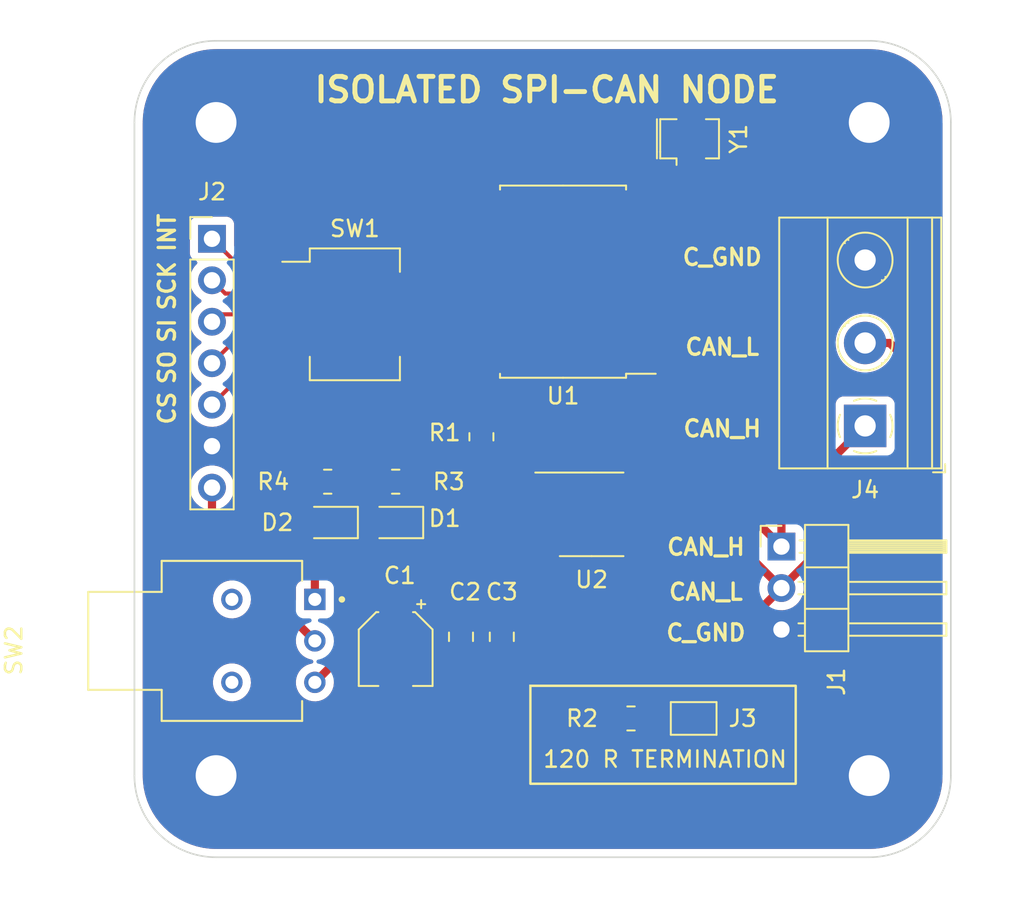
<source format=kicad_pcb>
(kicad_pcb (version 20211014) (generator pcbnew)
  (layers (0 "F.Cu" mixed) (31 "B.Cu" mixed) (34 "B.Paste" user) (35 "F.Paste" user) (36 "B.SilkS" user "B.Silkscreen") (37 "F.SilkS" user "F.Silkscreen") (38 "B.Mask" user) (39 "F.Mask" user) (44 "Edge.Cuts" user))
  (net 0 "")
  (net 1 "+5V")
  (net 2 "GND")
  (net 3 "Net-(J2-Pad1)")
  (net 4 "Net-(J2-Pad2)")
  (net 5 "Net-(J2-Pad3)")
  (net 6 "Net-(J2-Pad4)")
  (net 7 "Net-(J2-Pad5)")
  (net 8 "CAN_L")
  (net 9 "Net-(J3-Pad1)")
  (net 10 "Net-(R1-Pad2)")
  (net 11 "CAN_H")
  (net 12 "CS")
  (net 13 "MISO")
  (net 14 "MOSI")
  (net 15 "SCK")
  (net 16 "INT")
  (net 17 "CTX")
  (net 18 "CRX")
  (net 23 "Net-(U1-Pad7)")
  (net 24 "Net-(U1-Pad8)")
  (net 28 "Net-(D1-Pad1)")
  (net 29 "Net-(J2-Pad7)")
  (net 30 "Net-(D2-Pad1)")
  (net 31 "Net-(D2-Pad2)")
  (footprint "Capacitor_SMD:C_0805_2012Metric" (layer "F.Cu") (at 120 96.5 -90)
    (fp_text reference "C2" (at -2.75 -0.25) (layer "F.SilkS"))
    (fp_text value "0.1uF")
    (fp_line (start -0.261252 0.735) (end 0.261252 0.735) (layer "F.SilkS") (width 0.12))
    (fp_line (start -0.261252 -0.735) (end 0.261252 -0.735) (layer "F.SilkS") (width 0.12))
    (pad "1" smd roundrect locked (at -0.95 0 270) (size 1 1.45) (layers "F.Cu" "F.Paste" "F.Mask") (net 1 "+5V"))
    (pad "2" smd roundrect locked (at 0.95 0 270) (size 1 1.45) (layers "F.Cu" "F.Paste" "F.Mask") (net 2 "GND"))
  )
  (footprint "Jumper:SolderJumper-2_P1.3mm_Open_TrianglePad1.0x1.5mm" (layer "F.Cu") (at 134.25 101.5)
    (fp_text reference "J3" (at 3 0) (layer "F.SilkS"))
    (fp_text value "120R_T")
    (fp_line (start 1.4 1) (end -1.4 1) (layer "F.SilkS") (width 0.12))
    (fp_line (start -1.4 -1) (end 1.4 -1) (layer "F.SilkS") (width 0.12))
    (fp_line (start 1.4 -1) (end 1.4 1) (layer "F.SilkS") (width 0.12))
    (fp_line (start -1.4 1) (end -1.4 -1) (layer "F.SilkS") (width 0.12))
    (pad "1" smd custom locked (at -0.725 0) (size 0.3 0.3) (layers "F.Cu" "F.Mask") (net 9 "Net-(J3-Pad1)") (options (clearance outline) (anchor rect)) (primitives (gr_poly (pts (xy 1 0) (xy 0.5 0.75) (xy -0.5 0.75) (xy -0.5 -0.75) (xy 0.5 -0.75)) (width 0) (fill yes))))
    (pad "2" smd custom locked (at 0.725 0) (size 0.3 0.3) (layers "F.Cu" "F.Mask") (net 8 "CAN_L") (options (clearance outline) (anchor rect)) (primitives (gr_poly (pts (xy 0.5 0.75) (xy -0.65 0.75) (xy -0.15 0) (xy -0.65 -0.75) (xy 0.5 -0.75)) (width 0) (fill yes))))
  )
  (footprint "Connector_PinHeader_2.54mm:PinHeader_1x07_P2.54mm_Vertical" (layer "F.Cu") (at 104.75 72.125)
    (fp_text reference "J2" (at 0 -2.875) (layer "F.SilkS"))
    (fp_text value "SPI-IN")
    (fp_line (start -1.33 16.57) (end 1.33 16.57) (layer "F.SilkS") (width 0.12))
    (fp_line (start -1.33 1.27) (end 1.33 1.27) (layer "F.SilkS") (width 0.12))
    (fp_line (start -1.33 0) (end -1.33 -1.33) (layer "F.SilkS") (width 0.12))
    (fp_line (start 1.33 1.27) (end 1.33 16.57) (layer "F.SilkS") (width 0.12))
    (fp_line (start -1.33 -1.33) (end 0 -1.33) (layer "F.SilkS") (width 0.12))
    (fp_line (start -1.33 1.27) (end -1.33 16.57) (layer "F.SilkS") (width 0.12))
    (pad "1" thru_hole rect locked (at 0 0) (size 1.7 1.7) (drill 1) (layers *.Cu *.Mask) (net 3 "Net-(J2-Pad1)"))
    (pad "2" thru_hole oval locked (at 0 2.54) (size 1.7 1.7) (drill 1) (layers *.Cu *.Mask) (net 4 "Net-(J2-Pad2)"))
    (pad "3" thru_hole oval locked (at 0 5.08) (size 1.7 1.7) (drill 1) (layers *.Cu *.Mask) (net 5 "Net-(J2-Pad3)"))
    (pad "4" thru_hole oval locked (at 0 7.62) (size 1.7 1.7) (drill 1) (layers *.Cu *.Mask) (net 6 "Net-(J2-Pad4)"))
    (pad "5" thru_hole oval locked (at 0 10.16) (size 1.7 1.7) (drill 1) (layers *.Cu *.Mask) (net 7 "Net-(J2-Pad5)"))
    (pad "6" thru_hole oval locked (at 0 12.7) (size 1.7 1.7) (drill 1) (layers *.Cu *.Mask) (net 2 "GND"))
    (pad "7" thru_hole oval locked (at 0 15.24) (size 1.7 1.7) (drill 1) (layers *.Cu *.Mask) (net 29 "Net-(J2-Pad7)"))
  )
  (footprint "Resistor_SMD:R_0805_2012Metric" (layer "F.Cu") (at 121.25 84.25 90)
    (fp_text reference "R1" (at 0.25 -2.25 180) (layer "F.SilkS"))
    (fp_text value "10K")
    (fp_line (start -0.227064 -0.735) (end 0.227064 -0.735) (layer "F.SilkS") (width 0.12))
    (fp_line (start -0.227064 0.735) (end 0.227064 0.735) (layer "F.SilkS") (width 0.12))
    (pad "1" smd roundrect locked (at -0.9125 0 90) (size 1.025 1.4) (layers "F.Cu" "F.Paste" "F.Mask") (roundrect_rratio 0.243902439) (net 1 "+5V"))
    (pad "2" smd roundrect locked (at 0.9125 0 90) (size 1.025 1.4) (layers "F.Cu" "F.Paste" "F.Mask") (roundrect_rratio 0.243902439) (net 10 "Net-(R1-Pad2)"))
  )
  (footprint "Capacitor_SMD:CP_Elec_4x3" (layer "F.Cu") (at 116 97.25 -90)
    (fp_text reference "C1" (at -4.5 -0.25) (layer "F.SilkS"))
    (fp_text value "10uF/16V")
    (fp_line (start -2.26 -1.195563) (end -2.26 -1.06) (layer "F.SilkS") (width 0.12))
    (fp_line (start -2.26 -1.195563) (end -1.195563 -2.26) (layer "F.SilkS") (width 0.12))
    (fp_line (start -1.195563 -2.26) (end 2.26 -2.26) (layer "F.SilkS") (width 0.12))
    (fp_line (start -2.26 1.195563) (end -2.26 1.06) (layer "F.SilkS") (width 0.12))
    (fp_line (start 2.26 -2.26) (end 2.26 -1.06) (layer "F.SilkS") (width 0.12))
    (fp_line (start -1.195563 2.26) (end 2.26 2.26) (layer "F.SilkS") (width 0.12))
    (fp_line (start -2.26 1.195563) (end -1.195563 2.26) (layer "F.SilkS") (width 0.12))
    (fp_line (start 2.26 2.26) (end 2.26 1.06) (layer "F.SilkS") (width 0.12))
    (fp_line (start -3 -1.56) (end -2.5 -1.56) (layer "F.SilkS") (width 0.12))
    (fp_line (start -2.75 -1.81) (end -2.75 -1.31) (layer "F.SilkS") (width 0.12))
    (pad "1" smd roundrect locked (at -1.8 0 270) (size 2.6 1.6) (layers "F.Cu" "F.Paste" "F.Mask") (roundrect_rratio 0.15625) (net 1 "+5V"))
    (pad "2" smd roundrect locked (at 1.8 0 270) (size 2.6 1.6) (layers "F.Cu" "F.Paste" "F.Mask") (roundrect_rratio 0.15625) (net 2 "GND"))
  )
  (footprint "Resistor_SMD:R_0805_2012Metric" (layer "F.Cu") (at 111.8375 87 180)
    (fp_text reference "R4" (at 3.3375 0) (layer "F.SilkS"))
    (fp_text value "10K")
    (fp_line (start -0.227064 0.735) (end 0.227064 0.735) (layer "F.SilkS") (width 0.12))
    (fp_line (start -0.227064 -0.735) (end 0.227064 -0.735) (layer "F.SilkS") (width 0.12))
    (pad "1" smd roundrect locked (at -0.9125 0 180) (size 1.025 1.4) (layers "F.Cu" "F.Paste" "F.Mask") (roundrect_rratio 0.243902439) (net 2 "GND"))
    (pad "2" smd roundrect locked (at 0.9125 0 180) (size 1.025 1.4) (layers "F.Cu" "F.Paste" "F.Mask") (roundrect_rratio 0.243902439) (net 30 "Net-(D2-Pad1)"))
  )
  (footprint "LED_SMD:LED_0805_2012Metric" (layer "F.Cu") (at 116 89.5 180)
    (fp_text reference "D1" (at -3 0.25) (layer "F.SilkS"))
    (fp_text value "LED")
    (fp_line (start 1 -0.96) (end -1.685 -0.96) (layer "F.SilkS") (width 0.12))
    (fp_line (start -1.685 -0.96) (end -1.685 0.96) (layer "F.SilkS") (width 0.12))
    (fp_line (start -1.685 0.96) (end 1 0.96) (layer "F.SilkS") (width 0.12))
    (pad "1" smd roundrect locked (at -0.9375 0 180) (size 0.975 1.4) (layers "F.Cu" "F.Paste" "F.Mask") (net 28 "Net-(D1-Pad1)"))
    (pad "2" smd roundrect locked (at 0.9375 0 180) (size 0.975 1.4) (layers "F.Cu" "F.Paste" "F.Mask") (net 1 "+5V"))
  )
  (footprint "LED_SMD:LED_0805_2012Metric" (layer "F.Cu") (at 112 89.5 180)
    (fp_text reference "D2" (at 3.25 0) (layer "F.SilkS"))
    (fp_text value "LED")
    (fp_line (start -1.685 0.96) (end 1 0.96) (layer "F.SilkS") (width 0.12))
    (fp_line (start -1.685 -0.96) (end -1.685 0.96) (layer "F.SilkS") (width 0.12))
    (fp_line (start 1 -0.96) (end -1.685 -0.96) (layer "F.SilkS") (width 0.12))
    (pad "1" smd roundrect locked (at -0.9375 0 180) (size 0.975 1.4) (layers "F.Cu" "F.Paste" "F.Mask") (net 30 "Net-(D2-Pad1)"))
    (pad "2" smd roundrect locked (at 0.9375 0 180) (size 0.975 1.4) (layers "F.Cu" "F.Paste" "F.Mask") (net 31 "Net-(D2-Pad2)"))
  )
  (footprint "MountingHole:MountingHole_2.5mm_Pad_TopBottom" (layer "F.Cu") (at 145 65)
    (fp_text reference "H4" hide)
    (fp_text value "MountingHole_Pad" hide)
    (pad "1" thru_hole circle (at 0 0) (size 2.9 2.9) (drill 2.5) (layers *.Cu *.Mask) (net 2 "GND"))
    (pad "1" connect circle locked (at 0 0) (size 5 5) (layers "B.Cu" "B.Mask") (net 2 "GND"))
    (pad "1" connect circle locked (at 0 0) (size 5 5) (layers "F.Cu" "F.Mask") (net 2 "GND"))
  )
  (footprint "Package_SO:SOIC-18W_7.5x11.6mm_P1.27mm" (layer "F.Cu") (at 126.25 74.75 180)
    (fp_text reference "U1" (at 0 -7) (layer "F.SilkS"))
    (fp_text value "MCP2515-xSO")
    (fp_line (start 0 5.885) (end -3.86 5.885) (layer "F.SilkS") (width 0.12))
    (fp_line (start 0 -5.885) (end 3.86 -5.885) (layer "F.SilkS") (width 0.12))
    (fp_line (start -3.86 5.885) (end -3.86 5.64) (layer "F.SilkS") (width 0.12))
    (fp_line (start 0 -5.885) (end -3.86 -5.885) (layer "F.SilkS") (width 0.12))
    (fp_line (start -3.86 -5.64) (end -5.675 -5.64) (layer "F.SilkS") (width 0.12))
    (fp_line (start -3.86 -5.885) (end -3.86 -5.64) (layer "F.SilkS") (width 0.12))
    (fp_line (start 0 5.885) (end 3.86 5.885) (layer "F.SilkS") (width 0.12))
    (fp_line (start 3.86 -5.885) (end 3.86 -5.64) (layer "F.SilkS") (width 0.12))
    (fp_line (start 3.86 5.885) (end 3.86 5.64) (layer "F.SilkS") (width 0.12))
    (pad "1" smd roundrect locked (at -4.65 -5.08 180) (size 2.05 0.6) (layers "F.Cu" "F.Paste" "F.Mask") (net 17 "CTX"))
    (pad "2" smd roundrect locked (at -4.65 -3.81 180) (size 2.05 0.6) (layers "F.Cu" "F.Paste" "F.Mask") (net 18 "CRX"))
    (pad "3" smd roundrect locked (at -4.65 -2.54 180) (size 2.05 0.6) (layers "F.Cu" "F.Paste" "F.Mask"))
    (pad "4" smd roundrect locked (at -4.65 -1.27 180) (size 2.05 0.6) (layers "F.Cu" "F.Paste" "F.Mask"))
    (pad "5" smd roundrect locked (at -4.65 0 180) (size 2.05 0.6) (layers "F.Cu" "F.Paste" "F.Mask"))
    (pad "6" smd roundrect locked (at -4.65 1.27 180) (size 2.05 0.6) (layers "F.Cu" "F.Paste" "F.Mask"))
    (pad "7" smd roundrect locked (at -4.65 2.54 180) (size 2.05 0.6) (layers "F.Cu" "F.Paste" "F.Mask") (net 23 "Net-(U1-Pad7)"))
    (pad "8" smd roundrect locked (at -4.65 3.81 180) (size 2.05 0.6) (layers "F.Cu" "F.Paste" "F.Mask") (net 24 "Net-(U1-Pad8)"))
    (pad "9" smd roundrect locked (at -4.65 5.08 180) (size 2.05 0.6) (layers "F.Cu" "F.Paste" "F.Mask") (net 2 "GND"))
    (pad "10" smd roundrect locked (at 4.65 5.08 180) (size 2.05 0.6) (layers "F.Cu" "F.Paste" "F.Mask"))
    (pad "11" smd roundrect locked (at 4.65 3.81 180) (size 2.05 0.6) (layers "F.Cu" "F.Paste" "F.Mask"))
    (pad "12" smd roundrect locked (at 4.65 2.54 180) (size 2.05 0.6) (layers "F.Cu" "F.Paste" "F.Mask") (net 16 "INT"))
    (pad "13" smd roundrect locked (at 4.65 1.27 180) (size 2.05 0.6) (layers "F.Cu" "F.Paste" "F.Mask") (net 15 "SCK"))
    (pad "14" smd roundrect locked (at 4.65 0 180) (size 2.05 0.6) (layers "F.Cu" "F.Paste" "F.Mask") (net 14 "MOSI"))
    (pad "15" smd roundrect locked (at 4.65 -1.27 180) (size 2.05 0.6) (layers "F.Cu" "F.Paste" "F.Mask") (net 13 "MISO"))
    (pad "16" smd roundrect locked (at 4.65 -2.54 180) (size 2.05 0.6) (layers "F.Cu" "F.Paste" "F.Mask") (net 12 "CS"))
    (pad "17" smd roundrect locked (at 4.65 -3.81 180) (size 2.05 0.6) (layers "F.Cu" "F.Paste" "F.Mask") (net 10 "Net-(R1-Pad2)"))
    (pad "18" smd roundrect locked (at 4.65 -5.08 180) (size 2.05 0.6) (layers "F.Cu" "F.Paste" "F.Mask") (net 1 "+5V"))
  )
  (footprint "Crystal:Resonator_SMD_Murata_CSTxExxV-3Pin_3.0x1.1mm" (layer "F.Cu") (at 134 66)
    (fp_text reference "Y1" (at 3 0 90) (layer "F.SilkS"))
    (fp_text value "8MHz/22pF")
    (fp_line (start 1.8 0.8) (end 1.8 1.2) (layer "F.SilkS") (width 0.12))
    (fp_line (start -0.8 1.2) (end -0.8 1.6) (layer "F.SilkS") (width 0.12))
    (fp_line (start 1.8 -1.2) (end 1.8 0.8) (layer "F.SilkS") (width 0.12))
    (fp_line (start -1.8 -1.2) (end -0.8 -1.2) (layer "F.SilkS") (width 0.12))
    (fp_line (start -1.8 0.8) (end -1.8 1.2) (layer "F.SilkS") (width 0.12))
    (fp_line (start -0.8 1.2) (end -1.8 1.2) (layer "F.SilkS") (width 0.12))
    (fp_line (start -1.8 0.8) (end -1.8 -1.2) (layer "F.SilkS") (width 0.12))
    (fp_line (start 1.8 1.2) (end 1 1.2) (layer "F.SilkS") (width 0.12))
    (fp_line (start -2 0.8) (end -2 1.2) (layer "F.SilkS") (width 0.12))
    (fp_line (start -2 -1.2) (end -2 0.8) (layer "F.SilkS") (width 0.12))
    (fp_line (start 1 -1.2) (end 1.8 -1.2) (layer "F.SilkS") (width 0.12))
    (pad "1" smd rect locked (at -1.2 0) (size 0.4 1.9) (layers "F.Cu" "F.Paste" "F.Mask") (net 24 "Net-(U1-Pad8)"))
    (pad "2" smd rect locked (at 0 0) (size 0.4 1.9) (layers "F.Cu" "F.Paste" "F.Mask") (net 2 "GND"))
    (pad "3" smd rect locked (at 1.2 0) (size 0.4 1.9) (layers "F.Cu" "F.Paste" "F.Mask") (net 23 "Net-(U1-Pad7)"))
  )
  (footprint "Capacitor_SMD:C_0805_2012Metric" (layer "F.Cu") (at 122.5 96.5 -90)
    (fp_text reference "C3" (at -2.75 0) (layer "F.SilkS"))
    (fp_text value "0.1uF")
    (fp_line (start -0.261252 -0.735) (end 0.261252 -0.735) (layer "F.SilkS") (width 0.12))
    (fp_line (start -0.261252 0.735) (end 0.261252 0.735) (layer "F.SilkS") (width 0.12))
    (pad "1" smd roundrect locked (at -0.95 0 270) (size 1 1.45) (layers "F.Cu" "F.Paste" "F.Mask") (net 1 "+5V"))
    (pad "2" smd roundrect locked (at 0.95 0 270) (size 1 1.45) (layers "F.Cu" "F.Paste" "F.Mask") (net 2 "GND"))
  )
  (footprint "MountingHole:MountingHole_2.5mm_Pad_TopBottom" (layer "F.Cu") (at 105 105)
    (fp_text reference "H2" hide)
    (fp_text value "MountingHole_Pad" hide)
    (pad "1" thru_hole circle (at 0 0) (size 2.9 2.9) (drill 2.5) (layers *.Cu *.Mask) (net 2 "GND"))
    (pad "1" connect circle locked (at 0 0) (size 5 5) (layers "F.Cu" "F.Mask") (net 2 "GND"))
    (pad "1" connect circle locked (at 0 0) (size 5 5) (layers "B.Cu" "B.Mask") (net 2 "GND"))
  )
  (footprint "Resistor_SMD:R_0805_2012Metric" (layer "F.Cu") (at 116 87)
    (fp_text reference "R3" (at 3.25 0) (layer "F.SilkS"))
    (fp_text value "10K")
    (fp_line (start -0.227064 0.735) (end 0.227064 0.735) (layer "F.SilkS") (width 0.12))
    (fp_line (start -0.227064 -0.735) (end 0.227064 -0.735) (layer "F.SilkS") (width 0.12))
    (pad "1" smd roundrect locked (at -0.9125 0) (size 1.025 1.4) (layers "F.Cu" "F.Paste" "F.Mask") (roundrect_rratio 0.243902439) (net 2 "GND"))
    (pad "2" smd roundrect locked (at 0.9125 0) (size 1.025 1.4) (layers "F.Cu" "F.Paste" "F.Mask") (roundrect_rratio 0.243902439) (net 28 "Net-(D1-Pad1)"))
  )
  (footprint "TerminalBlock_Phoenix:TerminalBlock_Phoenix_MKDS-1,5-3-5.08_1x03_P5.08mm_Horizontal" (layer "F.Cu") (at 144.75 83.585 90)
    (fp_text reference "J4" (at -3.915 0 180) (layer "F.SilkS"))
    (fp_text value "SCR_CAN")
    (fp_line (start 3.853 1.023) (end 3.806 1.069) (layer "F.SilkS") (width 0.12))
    (fp_line (start -2.6 2.6) (end 12.76 2.6) (layer "F.SilkS") (width 0.12))
    (fp_line (start 6.15 -1.275) (end 6.115 -1.239) (layer "F.SilkS") (width 0.12))
    (fp_line (start -2.6 4.66) (end 12.76 4.66) (layer "F.SilkS") (width 0.12))
    (fp_line (start 12.76 -5.261) (end 12.76 4.66) (layer "F.SilkS") (width 0.12))
    (fp_line (start 11.435 -1.069) (end 11.388 -1.023) (layer "F.SilkS") (width 0.12))
    (fp_line (start -2.84 4.9) (end -2.34 4.9) (layer "F.SilkS") (width 0.12))
    (fp_line (start 6.355 -1.069) (end 6.308 -1.023) (layer "F.SilkS") (width 0.12))
    (fp_line (start 4.046 1.239) (end 4.011 1.274) (layer "F.SilkS") (width 0.12))
    (fp_line (start -2.6 -5.261) (end 12.76 -5.261) (layer "F.SilkS") (width 0.12))
    (fp_line (start -2.6 -5.261) (end -2.6 4.66) (layer "F.SilkS") (width 0.12))
    (fp_line (start 8.933 1.023) (end 8.886 1.069) (layer "F.SilkS") (width 0.12))
    (fp_line (start -2.6 4.1) (end 12.76 4.1) (layer "F.SilkS") (width 0.12))
    (fp_line (start 11.23 -1.275) (end 11.195 -1.239) (layer "F.SilkS") (width 0.12))
    (fp_line (start -2.6 -2.301) (end 12.76 -2.301) (layer "F.SilkS") (width 0.12))
    (fp_line (start 9.126 1.239) (end 9.091 1.274) (layer "F.SilkS") (width 0.12))
    (fp_line (start -2.84 4.16) (end -2.84 4.9) (layer "F.SilkS") (width 0.12))
    (fp_arc (start 0.683318 1.534756) (mid 0.349292 1.643288) (end 0 1.68) (layer "F.SilkS") (width 0.12))
    (fp_arc (start -1.535427 0.683042) (mid -1.680501 -0.000524) (end -1.535 -0.684) (layer "F.SilkS") (width 0.12))
    (fp_arc (start -0.683042 -1.535427) (mid 0.000524 -1.680501) (end 0.684 -1.535) (layer "F.SilkS") (width 0.12))
    (fp_arc (start 1.535427 -0.683042) (mid 1.680501 0.000524) (end 1.535 0.684) (layer "F.SilkS") (width 0.12))
    (fp_arc (start 0.028805 1.680253) (mid -0.335551 1.646659) (end -0.684 1.535) (layer "F.SilkS") (width 0.12))
    (fp_circle (center 5.08 0) (end 6.76 0) (layer "F.SilkS") (width 0.12) (fill none))
    (fp_circle (center 10.16 0) (end 11.84 0) (layer "F.SilkS") (width 0.12) (fill none))
    (pad "1" thru_hole rect locked (at 0 0 90) (size 2.6 2.6) (drill 1.3) (layers *.Cu *.Mask) (net 11 "CAN_H"))
    (pad "2" thru_hole circle locked (at 5.08 0 90) (size 2.6 2.6) (drill 1.3) (layers *.Cu *.Mask) (net 8 "CAN_L"))
    (pad "3" thru_hole circle locked (at 10.16 0 90) (size 2.6 2.6) (drill 1.3) (layers *.Cu *.Mask) (net 2 "GND"))
  )
  (footprint "MountingHole:MountingHole_2.5mm_Pad_TopBottom" (layer "F.Cu") (at 145 105)
    (fp_text reference "H1" hide)
    (fp_text value "MountingHole_Pad" hide)
    (pad "1" connect circle locked (at 0 0) (size 5 5) (layers "B.Cu" "B.Mask") (net 2 "GND"))
    (pad "1" connect circle locked (at 0 0) (size 5 5) (layers "F.Cu" "F.Mask") (net 2 "GND"))
    (pad "1" thru_hole circle (at 0 0) (size 2.9 2.9) (drill 2.5) (layers *.Cu *.Mask) (net 2 "GND"))
  )
  (footprint "Resistor_SMD:R_0805_2012Metric" (layer "F.Cu") (at 130.4125 101.5)
    (fp_text reference "R2" (at -3 0) (layer "F.SilkS"))
    (fp_text value "120R")
    (fp_line (start -0.227064 0.735) (end 0.227064 0.735) (layer "F.SilkS") (width 0.12))
    (fp_line (start -0.227064 -0.735) (end 0.227064 -0.735) (layer "F.SilkS") (width 0.12))
    (pad "1" smd roundrect locked (at -0.9125 0) (size 1.025 1.4) (layers "F.Cu" "F.Paste" "F.Mask") (roundrect_rratio 0.243902439) (net 11 "CAN_H"))
    (pad "2" smd roundrect locked (at 0.9125 0) (size 1.025 1.4) (layers "F.Cu" "F.Paste" "F.Mask") (roundrect_rratio 0.243902439) (net 9 "Net-(J3-Pad1)"))
  )
  (footprint "Button_Switch_SMD:SW_DIP_SPSTx05_Slide_KingTek_DSHP05TS_W7.62mm_P1.27mm" (layer "F.Cu") (at 113.5 76.75)
    (fp_text reference "SW1" (at 0 -5.25) (layer "F.SilkS"))
    (fp_text value "SPI_CRTL")
    (fp_line (start -2.76 4.035) (end 2.76 4.035) (layer "F.SilkS") (width 0.12))
    (fp_line (start 2.76 2.6) (end 2.76 4.035) (layer "F.SilkS") (width 0.12))
    (fp_line (start 2.76 -4.036) (end 2.76 -2.601) (layer "F.SilkS") (width 0.12))
    (fp_line (start -2.76 2.6) (end -2.76 4.035) (layer "F.SilkS") (width 0.12))
    (fp_line (start -2.76 -4.036) (end 2.76 -4.036) (layer "F.SilkS") (width 0.12))
    (fp_line (start -4.446 -3.22) (end -2.76 -3.22) (layer "F.SilkS") (width 0.12))
    (fp_line (start -2.76 -4.036) (end -2.76 -3.22) (layer "F.SilkS") (width 0.12))
    (pad "1" smd rect locked (at -3.81 -2.54) (size 1.27 0.76) (layers "F.Cu" "F.Paste" "F.Mask") (net 3 "Net-(J2-Pad1)"))
    (pad "2" smd rect locked (at -3.81 -1.27) (size 1.27 0.76) (layers "F.Cu" "F.Paste" "F.Mask") (net 4 "Net-(J2-Pad2)"))
    (pad "3" smd rect locked (at -3.81 0) (size 1.27 0.76) (layers "F.Cu" "F.Paste" "F.Mask") (net 5 "Net-(J2-Pad3)"))
    (pad "4" smd rect locked (at -3.81 1.27) (size 1.27 0.76) (layers "F.Cu" "F.Paste" "F.Mask") (net 6 "Net-(J2-Pad4)"))
    (pad "5" smd rect locked (at -3.81 2.54) (size 1.27 0.76) (layers "F.Cu" "F.Paste" "F.Mask") (net 7 "Net-(J2-Pad5)"))
    (pad "6" smd rect locked (at 3.81 2.54) (size 1.27 0.76) (layers "F.Cu" "F.Paste" "F.Mask") (net 12 "CS"))
    (pad "7" smd rect locked (at 3.81 1.27) (size 1.27 0.76) (layers "F.Cu" "F.Paste" "F.Mask") (net 13 "MISO"))
    (pad "8" smd rect locked (at 3.81 0) (size 1.27 0.76) (layers "F.Cu" "F.Paste" "F.Mask") (net 14 "MOSI"))
    (pad "9" smd rect locked (at 3.81 -1.27) (size 1.27 0.76) (layers "F.Cu" "F.Paste" "F.Mask") (net 15 "SCK"))
    (pad "10" smd rect locked (at 3.81 -2.54) (size 1.27 0.76) (layers "F.Cu" "F.Paste" "F.Mask") (net 16 "INT"))
  )
  (footprint "MountingHole:MountingHole_2.5mm_Pad_TopBottom" (layer "F.Cu") (at 105 65)
    (fp_text reference "H3" hide)
    (fp_text value "MountingHole_Pad" hide)
    (pad "1" connect circle locked (at 0 0) (size 5 5) (layers "F.Cu" "F.Mask") (net 2 "GND"))
    (pad "1" connect circle locked (at 0 0) (size 5 5) (layers "B.Cu" "B.Mask") (net 2 "GND"))
    (pad "1" thru_hole circle locked (at 0 0) (size 2.9 2.9) (drill 2.5) (layers *.Cu *.Mask) (net 2 "GND"))
  )
  (footprint "Connector_PinHeader_2.54mm:PinHeader_1x03_P2.54mm_Horizontal" (layer "F.Cu") (at 139.625 90.975)
    (fp_text reference "J1" (at 3.375 8.275 270) (layer "F.SilkS"))
    (fp_text value "JUMP_CAN")
    (fp_line (start 1.44 1.27) (end 4.1 1.27) (layer "F.SilkS") (width 0.12))
    (fp_line (start 1.11 0.38) (end 1.44 0.38) (layer "F.SilkS") (width 0.12))
    (fp_line (start 10.1 2.92) (end 4.1 2.92) (layer "F.SilkS") (width 0.12))
    (fp_line (start 1.042929 4.7) (end 1.44 4.7) (layer "F.SilkS") (width 0.12))
    (fp_line (start 4.1 4.7) (end 10.1 4.7) (layer "F.SilkS") (width 0.12))
    (fp_line (start 4.1 6.41) (end 4.1 -1.33) (layer "F.SilkS") (width 0.12))
    (fp_line (start 4.1 -0.38) (end 10.1 -0.38) (layer "F.SilkS") (width 0.12))
    (fp_line (start 1.44 3.81) (end 4.1 3.81) (layer "F.SilkS") (width 0.12))
    (fp_line (start 1.042929 2.92) (end 1.44 2.92) (layer "F.SilkS") (width 0.12))
    (fp_line (start 10.1 2.16) (end 10.1 2.92) (layer "F.SilkS") (width 0.12))
    (fp_line (start 4.1 2.16) (end 10.1 2.16) (layer "F.SilkS") (width 0.12))
    (fp_line (start 10.1 0.38) (end 4.1 0.38) (layer "F.SilkS") (width 0.12))
    (fp_line (start 4.1 0.28) (end 10.1 0.28) (layer "F.SilkS") (width 0.12))
    (fp_line (start -1.27 0) (end -1.27 -1.27) (layer "F.SilkS") (width 0.12))
    (fp_line (start 1.44 6.41) (end 4.1 6.41) (layer "F.SilkS") (width 0.12))
    (fp_line (start 1.042929 5.46) (end 1.44 5.46) (layer "F.SilkS") (width 0.12))
    (fp_line (start 4.1 0.04) (end 10.1 0.04) (layer "F.SilkS") (width 0.12))
    (fp_line (start 4.1 -1.33) (end 1.44 -1.33) (layer "F.SilkS") (width 0.12))
    (fp_line (start 10.1 4.7) (end 10.1 5.46) (layer "F.SilkS") (width 0.12))
    (fp_line (start 1.11 -0.38) (end 1.44 -0.38) (layer "F.SilkS") (width 0.12))
    (fp_line (start 1.042929 2.16) (end 1.44 2.16) (layer "F.SilkS") (width 0.12))
    (fp_line (start 4.1 -0.2) (end 10.1 -0.2) (layer "F.SilkS") (width 0.12))
    (fp_line (start 1.44 -1.33) (end 1.44 6.41) (layer "F.SilkS") (width 0.12))
    (fp_line (start 4.1 -0.08) (end 10.1 -0.08) (layer "F.SilkS") (width 0.12))
    (fp_line (start 10.1 5.46) (end 4.1 5.46) (layer "F.SilkS") (width 0.12))
    (fp_line (start 4.1 -0.32) (end 10.1 -0.32) (layer "F.SilkS") (width 0.12))
    (fp_line (start -1.27 -1.27) (end 0 -1.27) (layer "F.SilkS") (width 0.12))
    (fp_line (start 4.1 0.16) (end 10.1 0.16) (layer "F.SilkS") (width 0.12))
    (fp_line (start 10.1 -0.38) (end 10.1 0.38) (layer "F.SilkS") (width 0.12))
    (pad "1" thru_hole rect locked (at 0 0) (size 1.7 1.7) (drill 1) (layers *.Cu *.Mask) (net 11 "CAN_H"))
    (pad "2" thru_hole oval locked (at 0 2.54) (size 1.7 1.7) (drill 1) (layers *.Cu *.Mask) (net 8 "CAN_L"))
    (pad "3" thru_hole oval locked (at 0 5.08) (size 1.7 1.7) (drill 1) (layers *.Cu *.Mask) (net 2 "GND"))
  )
  (footprint "Package_SO:SOIC-8_3.9x4.9mm_P1.27mm" (layer "F.Cu") (at 128 89)
    (fp_text reference "U2" (at 0 4) (layer "F.SilkS"))
    (fp_text value "TJA1050")
    (fp_line (start 0 2.56) (end 1.95 2.56) (layer "F.SilkS") (width 0.12))
    (fp_line (start 0 -2.56) (end -3.45 -2.56) (layer "F.SilkS") (width 0.12))
    (fp_line (start 0 -2.56) (end 1.95 -2.56) (layer "F.SilkS") (width 0.12))
    (fp_line (start 0 2.56) (end -1.95 2.56) (layer "F.SilkS") (width 0.12))
    (pad "1" smd roundrect locked (at -2.475 -1.905) (size 1.95 0.6) (layers "F.Cu" "F.Paste" "F.Mask") (net 17 "CTX"))
    (pad "2" smd roundrect locked (at -2.475 -0.635) (size 1.95 0.6) (layers "F.Cu" "F.Paste" "F.Mask") (net 2 "GND"))
    (pad "3" smd roundrect locked (at -2.475 0.635) (size 1.95 0.6) (layers "F.Cu" "F.Paste" "F.Mask") (net 1 "+5V"))
    (pad "4" smd roundrect locked (at -2.475 1.905) (size 1.95 0.6) (layers "F.Cu" "F.Paste" "F.Mask") (net 18 "CRX"))
    (pad "5" smd roundrect locked (at 2.475 1.905) (size 1.95 0.6) (layers "F.Cu" "F.Paste" "F.Mask"))
    (pad "6" smd roundrect locked (at 2.475 0.635) (size 1.95 0.6) (layers "F.Cu" "F.Paste" "F.Mask") (net 8 "CAN_L"))
    (pad "7" smd roundrect locked (at 2.475 -0.635) (size 1.95 0.6) (layers "F.Cu" "F.Paste" "F.Mask") (net 11 "CAN_H"))
    (pad "8" smd roundrect locked (at 2.475 -1.905) (size 1.95 0.6) (layers "F.Cu" "F.Paste" "F.Mask") (net 2 "GND"))
  )
  (footprint "Custom_Footprints:SW_MPB02-1C33-R-D" (layer "F.Cu") (at 104.2105 96.75 90)
    (fp_text reference "SW2" (at -0.58 -11.595 90) (layer "F.SilkS"))
    (fp_text value "MPB02-1C33-R-D")
    (fp_line (start 3.685 6.06) (end 4.9 6.06) (layer "F.SilkS") (width 0.127))
    (fp_line (start -3 -2.54) (end -4.9 -2.54) (layer "F.SilkS") (width 0.127))
    (fp_line (start -3 -7.04) (end -3 -2.54) (layer "F.SilkS") (width 0.127))
    (fp_line (start 4.9 -2.54) (end 3 -2.54) (layer "F.SilkS") (width 0.127))
    (fp_line (start 3 -2.54) (end 3 -7.04) (layer "F.SilkS") (width 0.127))
    (fp_line (start 3 -7.04) (end -3 -7.04) (layer "F.SilkS") (width 0.127))
    (fp_line (start -4.9 6.06) (end -3.685 6.06) (layer "F.SilkS") (width 0.127))
    (fp_line (start -4.9 -2.54) (end -4.9 6.06) (layer "F.SilkS") (width 0.127))
    (fp_line (start 4.9 6.06) (end 4.9 -2.54) (layer "F.SilkS") (width 0.127))
    (fp_circle (center 2.54 8.494) (end 2.64 8.494) (layer "F.SilkS") (width 0.2) (fill none))
    (pad "1" thru_hole rect locked (at 2.54 6.84 90) (size 1.308 1.308) (drill 0.8) (layers *.Cu *.Mask) (net 31 "Net-(D2-Pad2)"))
    (pad "2" thru_hole circle locked (at 0 6.84 90) (size 1.308 1.308) (drill 0.8) (layers *.Cu *.Mask) (net 29 "Net-(J2-Pad7)"))
    (pad "3" thru_hole circle locked (at -2.54 6.84 90) (size 1.308 1.308) (drill 0.8) (layers *.Cu *.Mask) (net 1 "+5V"))
    (pad "S1" thru_hole circle locked (at 2.54 1.76 90) (size 1.308 1.308) (drill 0.8) (layers *.Cu *.Mask))
    (pad "S2" thru_hole circle locked (at -2.54 1.76 90) (size 1.308 1.308) (drill 0.8) (layers *.Cu *.Mask))
  )
  (gr_rect (start 124.25 99.5) (end 140.5 105.5) (layer "F.SilkS") (width 0.15) (fill none))
  (gr_arc locked (start 100 65) (mid 101.464466 61.464466) (end 105 60) (layer "Edge.Cuts") (width 0.1))
  (gr_arc locked (start 145 60) (mid 148.535534 61.464466) (end 150 65) (layer "Edge.Cuts") (width 0.1))
  (gr_line locked (start 105 60) (end 145 60) (layer "Edge.Cuts") (width 0.1))
  (gr_line locked (start 145 110) (end 105 110) (layer "Edge.Cuts") (width 0.1))
  (gr_arc (start 105 110) (mid 101.464466 108.535534) (end 100 105) (layer "Edge.Cuts") (width 0.1))
  (gr_line locked (start 100 105) (end 100 65) (layer "Edge.Cuts") (width 0.1))
  (gr_line locked (start 150 65) (end 150 105) (layer "Edge.Cuts") (width 0.1))
  (gr_arc locked (start 150 105) (mid 148.535534 108.535534) (end 145 110) (layer "Edge.Cuts") (width 0.1))
  (gr_text "SI" (at 102 77.75 90) (layer "F.SilkS") (effects (font (size 1 1) (thickness 0.2))))
  (gr_text "ISOLATED SPI-CAN NODE" (at 125.25 63) (layer "F.SilkS") (effects (font (size 1.5 1.5) (thickness 0.3))))
  (gr_text "INT" (at 102 71.75 90) (layer "F.SilkS") (effects (font (size 1 1) (thickness 0.2))))
  (gr_text "CS" (at 102 82.5 90) (layer "F.SilkS") (effects (font (size 1 1) (thickness 0.2))))
  (gr_text "SO" (at 102 80 90) (layer "F.SilkS") (effects (font (size 1 1) (thickness 0.2))))
  (gr_text "C_GND" (at 135 96.25) (layer "F.SilkS") (effects (font (size 1 1) (thickness 0.2))))
  (gr_text "CAN_L" (at 136 78.75) (layer "F.SilkS") (effects (font (size 1 1) (thickness 0.2))))
  (gr_text "CAN_H" (at 136 83.75) (layer "F.SilkS") (effects (font (size 1 1) (thickness 0.2))))
  (gr_text "C_GND" (at 136 73.25) (layer "F.SilkS") (effects (font (size 1 1) (thickness 0.2))))
  (gr_text "120 R TERMINATION" (at 132.5 104) (layer "F.SilkS") (effects (font (size 1 1))))
  (gr_text "CAN_H" (at 135 91) (layer "F.SilkS") (effects (font (size 1 1) (thickness 0.2))))
  (gr_text "SCK" (at 102 75 90) (layer "F.SilkS") (effects (font (size 1 1) (thickness 0.2))))
  (gr_text "CAN_L" (at 135 93.75) (layer "F.SilkS") (effects (font (size 1 1) (thickness 0.2))))
  (segment (start 111.0505 99.29) (end 114.8905 95.45) (width 0.5) (layer "F.Cu") (net 1))
  (segment (start 114.25 90.3125) (end 114.25 93.7) (width 0.5) (layer "F.Cu") (net 1))
  (segment (start 124 92.25) (end 126.5 92.25) (width 0.25) (layer "F.Cu") (net 1))
  (segment (start 115.0625 89.5) (end 114.25 90.3125) (width 0.5) (layer "F.Cu") (net 1))
  (segment (start 120.17 79.83) (end 119.25 80.75) (width 0.25) (layer "F.Cu") (net 1))
  (segment (start 127.25 90.25) (end 126.635 89.635) (width 0.25) (layer "F.Cu") (net 1))
  (segment (start 115.0625 90.3125) (end 116.25 91.5) (width 0.25) (layer "F.Cu") (net 1))
  (segment (start 114.25 93.7) (end 116 95.45) (width 0.5) (layer "F.Cu") (net 1))
  (segment (start 119.25 80.75) (end 119.25 84) (width 0.25) (layer "F.Cu") (net 1))
  (segment (start 120 95.55) (end 116.1 95.55) (width 0.5) (layer "F.Cu") (net 1))
  (segment (start 122.5 95.55) (end 120 95.55) (width 0.5) (layer "F.Cu") (net 1))
  (segment (start 120.4125 85.1625) (end 121.25 85.1625) (width 0.25) (layer "F.Cu") (net 1))
  (segment (start 116.1 95.55) (end 116 95.45) (width 0.5) (layer "F.Cu") (net 1))
  (segment (start 116.25 91.5) (end 119.25 91.5) (width 0.25) (layer "F.Cu") (net 1))
  (segment (start 114.8905 95.45) (end 116 95.45) (width 0.5) (layer "F.Cu") (net 1))
  (segment (start 119.25 91.5) (end 121.25 89.5) (width 0.25) (layer "F.Cu") (net 1))
  (segment (start 115.0625 89.5) (end 115.0625 90.3125) (width 0.25) (layer "F.Cu") (net 1))
  (segment (start 126.635 89.635) (end 125.525 89.635) (width 0.25) (layer "F.Cu") (net 1))
  (segment (start 126.5 92.25) (end 127.25 91.5) (width 0.25) (layer "F.Cu") (net 1))
  (segment (start 127.25 91.5) (end 127.25 90.25) (width 0.25) (layer "F.Cu") (net 1))
  (segment (start 121.25 89.5) (end 121.25 85.1625) (width 0.25) (layer "F.Cu") (net 1))
  (segment (start 119.25 84) (end 120.4125 85.1625) (width 0.25) (layer "F.Cu") (net 1))
  (segment (start 121.6 79.83) (end 120.17 79.83) (width 0.25) (layer "F.Cu") (net 1))
  (segment (start 121.25 89.5) (end 124 92.25) (width 0.25) (layer "F.Cu") (net 1))
  (segment (start 118.4 99.05) (end 120 97.45) (width 0.5) (layer "F.Cu") (net 2))
  (segment (start 116 99.05) (end 118.4 99.05) (width 0.5) (layer "F.Cu") (net 2))
  (segment (start 122.5 97.45) (end 120 97.45) (width 0.5) (layer "F.Cu") (net 2))
  (segment (start 109.69 74.21) (end 106.835 74.21) (width 0.25) (layer "F.Cu") (net 3))
  (segment (start 106.835 74.21) (end 104.75 72.125) (width 0.25) (layer "F.Cu") (net 3))
  (segment (start 105.565 75.48) (end 104.75 74.665) (width 0.25) (layer "F.Cu") (net 4))
  (segment (start 109.69 75.48) (end 105.565 75.48) (width 0.25) (layer "F.Cu") (net 4))
  (segment (start 109.69 76.75) (end 105.205 76.75) (width 0.25) (layer "F.Cu") (net 5))
  (segment (start 105.045 77.5) (end 104.75 77.205) (width 0.2) (layer "F.Cu") (net 5))
  (segment (start 105.205 76.75) (end 104.75 77.205) (width 0.25) (layer "F.Cu") (net 5))
  (segment (start 107.02 78.02) (end 106.98 78.02) (width 0.25) (layer "F.Cu") (net 6))
  (segment (start 106.475 78.02) (end 107.02 78.02) (width 0.25) (layer "F.Cu") (net 6))
  (segment (start 109.69 78.02) (end 107.02 78.02) (width 0.25) (layer "F.Cu") (net 6))
  (segment (start 104.75 79.745) (end 106.475 78.02) (width 0.25) (layer "F.Cu") (net 6))
  (segment (start 107.745 79.29) (end 104.75 82.285) (width 0.25) (layer "F.Cu") (net 7))
  (segment (start 109.69 79.29) (end 107.745 79.29) (width 0.25) (layer "F.Cu") (net 7))
  (segment (start 130.475 89.635) (end 135.745 89.635) (width 0.5) (layer "F.Cu") (net 8))
  (segment (start 134.975 98.165) (end 139.625 93.515) (width 0.5) (layer "F.Cu") (net 8))
  (segment (start 134.975 101.5) (end 134.975 98.165) (width 0.5) (layer "F.Cu") (net 8))
  (segment (start 147.5 79.75) (end 146.255 78.505) (width 0.5) (layer "F.Cu") (net 8))
  (segment (start 135.745 89.635) (end 139.625 93.515) (width 0.5) (layer "F.Cu") (net 8))
  (segment (start 146.255 78.505) (end 144.75 78.505) (width 0.5) (layer "F.Cu") (net 8))
  (segment (start 147.5 85.64) (end 147.5 79.75) (width 0.5) (layer "F.Cu") (net 8))
  (segment (start 139.625 93.515) (end 147.5 85.64) (width 0.5) (layer "F.Cu") (net 8))
  (segment (start 133.525 101.5) (end 131.325 101.5) (width 0.5) (layer "F.Cu") (net 9))
  (segment (start 121.25 83.3375) (end 124 80.5875) (width 0.25) (layer "F.Cu") (net 10))
  (segment (start 124 80.5875) (end 124 79.25) (width 0.25) (layer "F.Cu") (net 10))
  (segment (start 124 79.25) (end 123.31 78.56) (width 0.25) (layer "F.Cu") (net 10))
  (segment (start 123.31 78.56) (end 121.6 78.56) (width 0.25) (layer "F.Cu") (net 10))
  (segment (start 129.135 88.365) (end 130.475 88.365) (width 0.5) (layer "F.Cu") (net 11))
  (segment (start 137.015 88.365) (end 139.625 90.975) (width 0.5) (layer "F.Cu") (net 11))
  (segment (start 128 100) (end 128 89.5) (width 0.5) (layer "F.Cu") (net 11))
  (segment (start 128 89.5) (end 129.135 88.365) (width 0.5) (layer "F.Cu") (net 11))
  (segment (start 129.5 101.5) (end 128 100) (width 0.5) (layer "F.Cu") (net 11))
  (segment (start 139.625 88.71) (end 144.75 83.585) (width 0.5) (layer "F.Cu") (net 11))
  (segment (start 130.475 88.365) (end 137.015 88.365) (width 0.5) (layer "F.Cu") (net 11))
  (segment (start 139.625 90.975) (end 139.625 88.71) (width 0.5) (layer "F.Cu") (net 11))
  (segment (start 119.704022 77.29) (end 117.704022 79.29) (width 0.25) (layer "F.Cu") (net 12))
  (segment (start 117.704022 79.29) (end 117.31 79.29) (width 0.25) (layer "F.Cu") (net 12))
  (segment (start 121.6 77.29) (end 119.704022 77.29) (width 0.25) (layer "F.Cu") (net 12))
  (segment (start 119.565 76.02) (end 117.565 78.02) (width 0.25) (layer "F.Cu") (net 13))
  (segment (start 121.6 76.02) (end 119.565 76.02) (width 0.25) (layer "F.Cu") (net 13))
  (segment (start 117.565 78.02) (end 117.31 78.02) (width 0.25) (layer "F.Cu") (net 13))
  (segment (start 119.815 74.75) (end 121.6 74.75) (width 0.25) (layer "F.Cu") (net 14))
  (segment (start 117.815 76.75) (end 117.31 76.75) (width 0.25) (layer "F.Cu") (net 14))
  (segment (start 119.815 74.75) (end 117.815 76.75) (width 0.25) (layer "F.Cu") (net 14))
  (segment (start 117.704022 75.48) (end 119.704022 73.48) (width 0.25) (layer "F.Cu") (net 15))
  (segment (start 119.704022 73.48) (end 121.6 73.48) (width 0.25) (layer "F.Cu") (net 15))
  (segment (start 117.31 75.48) (end 117.704022 75.48) (width 0.25) (layer "F.Cu") (net 15))
  (segment (start 119.31 72.21) (end 121.6 72.21) (width 0.25) (layer "F.Cu") (net 16))
  (segment (start 117.31 74.21) (end 119.31 72.21) (width 0.25) (layer "F.Cu") (net 16))
  (segment (start 130.9 79.83) (end 128.92 79.83) (width 0.5) (layer "F.Cu") (net 17))
  (segment (start 128.92 79.83) (end 125.525 83.225) (width 0.5) (layer "F.Cu") (net 17))
  (segment (start 125.525 83.225) (end 125.525 87.095) (width 0.5) (layer "F.Cu") (net 17))
  (segment (start 123.75 90) (end 124.655 90.905) (width 0.5) (layer "F.Cu") (net 18))
  (segment (start 124.5 82.75) (end 124.5 86.34548) (width 0.5) (layer "F.Cu") (net 18))
  (segment (start 130.9 78.56) (end 128.69 78.56) (width 0.5) (layer "F.Cu") (net 18))
  (segment (start 123.75 87.047151) (end 123.75 90) (width 0.5) (layer "F.Cu") (net 18))
  (segment (start 128.69 78.56) (end 124.5 82.75) (width 0.5) (layer "F.Cu") (net 18))
  (segment (start 124.451671 86.34548) (end 123.75 87.047151) (width 0.5) (layer "F.Cu") (net 18))
  (segment (start 124.655 90.905) (end 125.525 90.905) (width 0.5) (layer "F.Cu") (net 18))
  (segment (start 124.5 86.34548) (end 124.451671 86.34548) (width 0.5) (layer "F.Cu") (net 18))
  (segment (start 135.2 68.336072) (end 135.2 66) (width 0.25) (layer "F.Cu") (net 23))
  (segment (start 130.9 72.21) (end 131.326072 72.21) (width 0.25) (layer "F.Cu") (net 23))
  (segment (start 131.326072 72.21) (end 135.2 68.336072) (width 0.25) (layer "F.Cu") (net 23))
  (segment (start 132.8 69.466072) (end 132.8 66) (width 0.25) (layer "F.Cu") (net 24))
  (segment (start 130.9 70.94) (end 131.326072 70.94) (width 0.25) (layer "F.Cu") (net 24))
  (segment (start 131.326072 70.94) (end 132.8 69.466072) (width 0.25) (layer "F.Cu") (net 24))
  (segment (start 116.9375 89.5) (end 116.9375 87.025) (width 0.5) (layer "F.Cu") (net 28))
  (segment (start 116.9375 87.025) (end 116.9125 87) (width 0.5) (layer "F.Cu") (net 28))
  (segment (start 104.75 87.365) (end 104.75 90.4495) (width 0.5) (layer "F.Cu") (net 29))
  (segment (start 104.75 90.4495) (end 111.0505 96.75) (width 0.5) (layer "F.Cu") (net 29))
  (segment (start 110.925 87) (end 110.925 87.4875) (width 0.5) (layer "F.Cu") (net 30))
  (segment (start 110.925 87.4875) (end 112.9375 89.5) (width 0.5) (layer "F.Cu") (net 30))
  (segment (start 111.0505 89.512) (end 111.0625 89.5) (width 0.5) (layer "F.Cu") (net 31))
  (segment (start 111.0505 94.21) (end 111.0505 89.512) (width 0.5) (layer "F.Cu") (net 31))
  (zone (net 2) (net_name "GND") (layers F&B.Cu) (connect_pads yes (clearance 0.508)) (min_thickness 0.254) (fill yes (thermal_gap 0.508) (thermal_bridge_width 0.508))
    (polygon (pts (xy 154 113.25) (xy 98 112.5) (xy 97.75 60) (xy 97.75 57.5) (xy 154.5 57.5)))
  )
)
</source>
